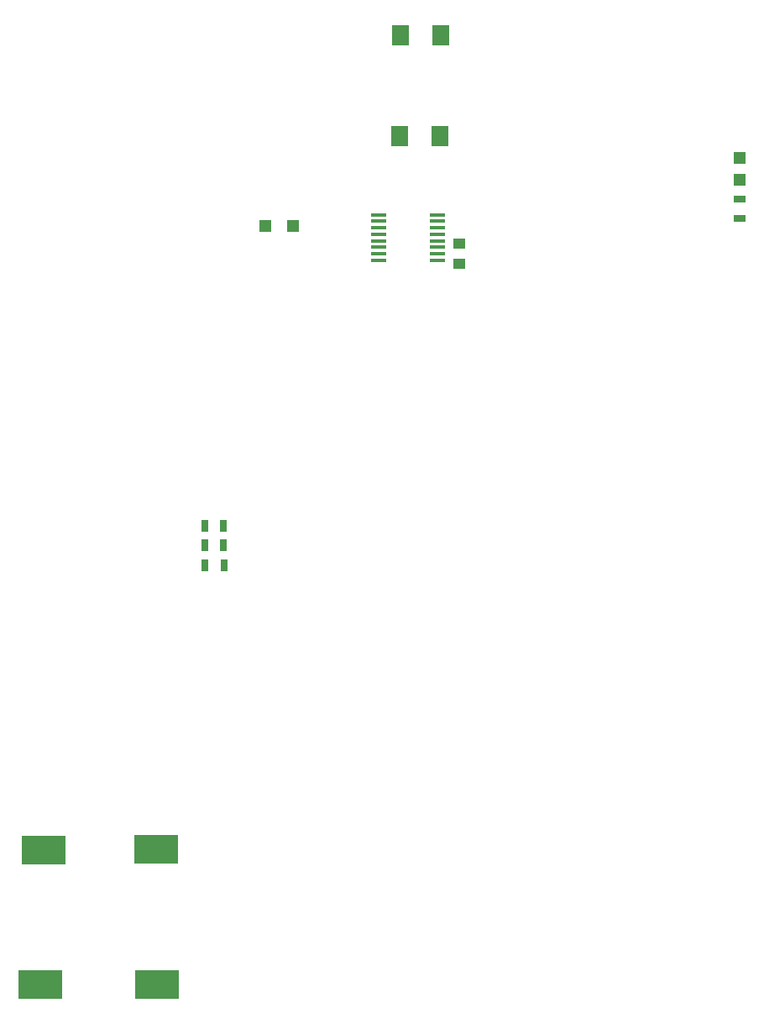
<source format=gtp>
G04 #@! TF.GenerationSoftware,KiCad,Pcbnew,5.0.2-bee76a0~70~ubuntu18.04.1*
G04 #@! TF.CreationDate,2020-02-05T16:33:54-05:00*
G04 #@! TF.ProjectId,LV Interface,4c562049-6e74-4657-9266-6163652e6b69,rev?*
G04 #@! TF.SameCoordinates,Original*
G04 #@! TF.FileFunction,Paste,Top*
G04 #@! TF.FilePolarity,Positive*
%FSLAX46Y46*%
G04 Gerber Fmt 4.6, Leading zero omitted, Abs format (unit mm)*
G04 Created by KiCad (PCBNEW 5.0.2-bee76a0~70~ubuntu18.04.1) date Wed 05 Feb 2020 04:33:54 PM EST*
%MOMM*%
%LPD*%
G01*
G04 APERTURE LIST*
%ADD10R,1.200000X1.200000*%
%ADD11R,1.500000X0.450000*%
%ADD12R,1.250000X1.000000*%
%ADD13R,1.300000X0.700000*%
%ADD14R,0.700000X1.300000*%
%ADD15R,1.778000X2.159000*%
%ADD16R,4.500000X3.000000*%
G04 APERTURE END LIST*
D10*
G04 #@! TO.C,D1*
X93977000Y-39331900D03*
X96777000Y-39331900D03*
G04 #@! TD*
D11*
G04 #@! TO.C,U5*
X111301320Y-38202440D03*
X111301320Y-38852440D03*
X111301320Y-39502440D03*
X111301320Y-40152440D03*
X111301320Y-40802440D03*
X111301320Y-41452440D03*
X111301320Y-42102440D03*
X111301320Y-42752440D03*
X105401320Y-42752440D03*
X105401320Y-42102440D03*
X105401320Y-41452440D03*
X105401320Y-40802440D03*
X105401320Y-40152440D03*
X105401320Y-39502440D03*
X105401320Y-38852440D03*
X105401320Y-38202440D03*
G04 #@! TD*
D12*
G04 #@! TO.C,C1*
X113489740Y-41114980D03*
X113489740Y-43114980D03*
G04 #@! TD*
D10*
G04 #@! TO.C,D3*
X141810740Y-34701660D03*
X141810740Y-32501660D03*
G04 #@! TD*
D13*
G04 #@! TO.C,R1*
X141765020Y-38536920D03*
X141765020Y-36636920D03*
G04 #@! TD*
D14*
G04 #@! TO.C,R2*
X87825540Y-69555360D03*
X89725540Y-69555360D03*
G04 #@! TD*
G04 #@! TO.C,R3*
X87830620Y-71470520D03*
X89730620Y-71470520D03*
G04 #@! TD*
G04 #@! TO.C,R4*
X87863640Y-73560940D03*
X89763640Y-73560940D03*
G04 #@! TD*
D15*
G04 #@! TO.C,D2*
X107454700Y-30284420D03*
X111518700Y-30284420D03*
G04 #@! TD*
G04 #@! TO.C,D4*
X111650780Y-20081240D03*
X107586780Y-20081240D03*
G04 #@! TD*
D16*
G04 #@! TO.C,TP1*
X82900520Y-102184200D03*
G04 #@! TD*
G04 #@! TO.C,TP2*
X71561960Y-102257860D03*
G04 #@! TD*
G04 #@! TO.C,TP3*
X71274940Y-115796060D03*
G04 #@! TD*
G04 #@! TO.C,TP4*
X83017360Y-115763040D03*
G04 #@! TD*
M02*

</source>
